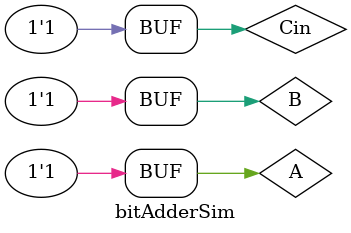
<source format=v>
`timescale 1ns / 1ps


module bitAdderSim( );

    reg A;
    reg B;
    reg Cin;
    wire Cout;
    wire Sum;
    bitAdder UUT (.A(A), .B(B), .Cin(Cin), .Sum(Sum), .Cout(Cout));
    initial begin
        A=0;
        B=0;
        Cin=0;
        #10;
        
        A=0;
        B=1;
        Cin=0;
        #10;
        
        A=1;
        B=0;
        Cin=0;
        #10;
        
        A=1;
        B=1;
        Cin=0;
        #10;
        
        A=0;
        B=0;
        Cin=1;
        #10;
        
        A=0;
        B=1;
        Cin=1;
        #10;
        
        A=1;
        B=0;
        Cin=1;
        #10;
        
        A=1;
        B=1;
        Cin=1;
        #10;
        end
endmodule

</source>
